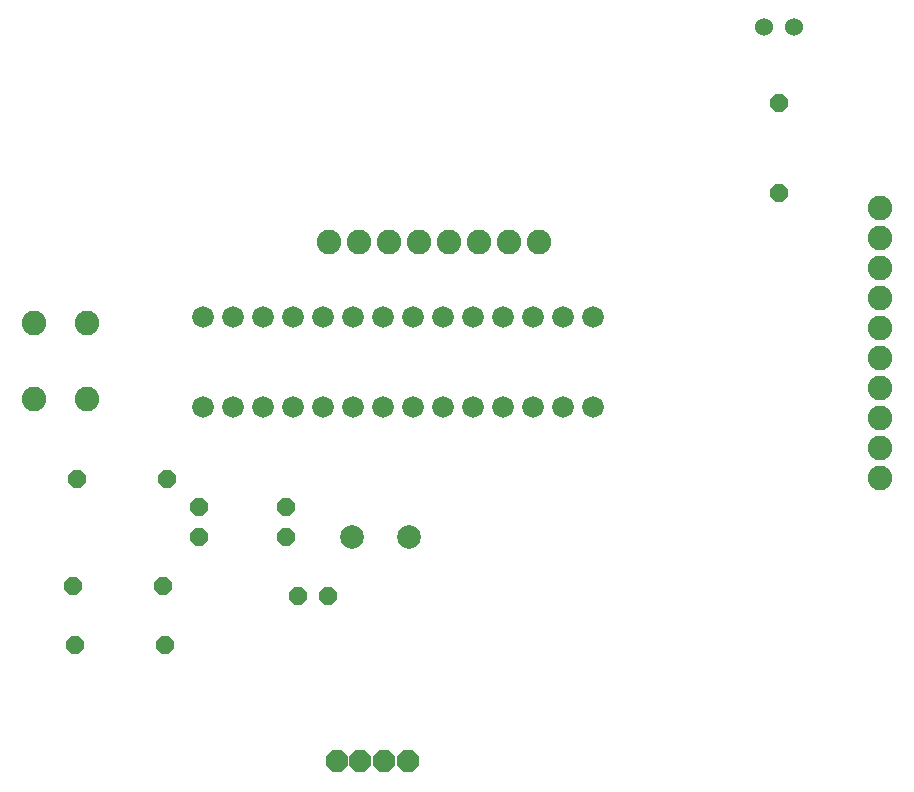
<source format=gbr>
G04 EAGLE Gerber RS-274X export*
G75*
%MOMM*%
%FSLAX34Y34*%
%LPD*%
%INSoldermask Bottom*%
%IPPOS*%
%AMOC8*
5,1,8,0,0,1.08239X$1,22.5*%
G01*
%ADD10P,1.649562X8X112.500000*%
%ADD11P,1.649562X8X202.500000*%
%ADD12C,1.524000*%
%ADD13C,2.082800*%
%ADD14P,1.649562X8X22.500000*%
%ADD15C,1.828800*%
%ADD16C,2.003200*%
%ADD17P,2.034460X8X22.500000*%


D10*
X243700Y299600D03*
X243700Y325000D03*
D11*
X352700Y250000D03*
X327300Y250000D03*
D10*
X316700Y299600D03*
X316700Y325000D03*
D12*
X747200Y731200D03*
X721800Y731200D03*
D13*
X353200Y549300D03*
X378600Y549300D03*
X404000Y549300D03*
X429400Y549300D03*
X454800Y549300D03*
X480200Y549300D03*
X505600Y549300D03*
X531000Y549300D03*
D14*
X140200Y348500D03*
X216400Y348500D03*
X138600Y208500D03*
X214800Y208500D03*
D11*
X213200Y258500D03*
X137000Y258500D03*
D10*
X734500Y591200D03*
X734500Y667400D03*
D13*
X103794Y416288D03*
X103794Y481312D03*
X149006Y416288D03*
X149006Y481312D03*
D15*
X247000Y410200D03*
X272400Y410200D03*
X297800Y410200D03*
X323200Y410200D03*
X348600Y410200D03*
X374000Y410200D03*
X399400Y410200D03*
X424800Y410200D03*
X450200Y410200D03*
X475600Y410200D03*
X501000Y410200D03*
X526400Y410200D03*
X551800Y410200D03*
X577200Y410200D03*
X577200Y486400D03*
X551800Y486400D03*
X526400Y486400D03*
X501000Y486400D03*
X475600Y486400D03*
X450200Y486400D03*
X424800Y486400D03*
X399400Y486400D03*
X374000Y486400D03*
X348600Y486400D03*
X323200Y486400D03*
X297800Y486400D03*
X272400Y486400D03*
X247000Y486400D03*
D16*
X421630Y299900D03*
X373370Y299900D03*
D17*
X360000Y110000D03*
X380000Y110000D03*
X400000Y110000D03*
X420000Y110000D03*
D13*
X820000Y350000D03*
X820000Y375400D03*
X820000Y400800D03*
X820000Y426200D03*
X820000Y451600D03*
X820000Y477000D03*
X820000Y502400D03*
X820000Y527800D03*
X820000Y553200D03*
X820000Y578600D03*
M02*

</source>
